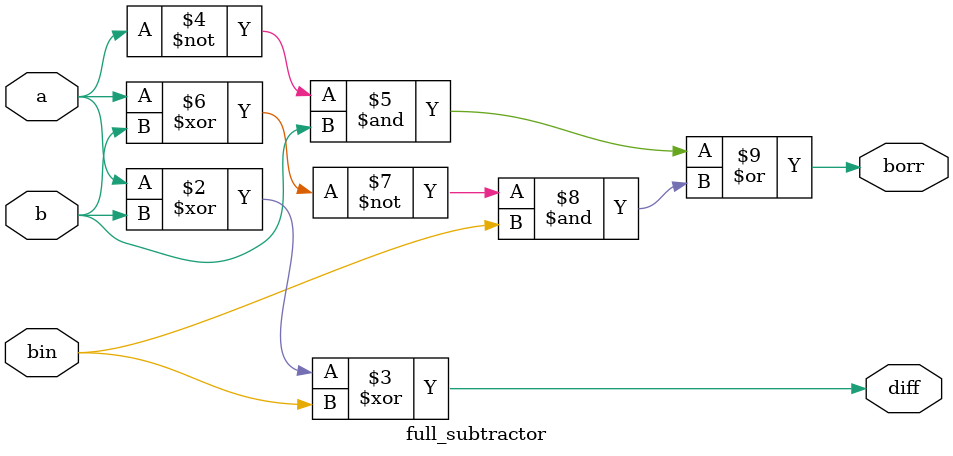
<source format=v>
module full_subtractor(a,b,bin,diff,borr);
input a,b,bin;
output reg diff,borr;

always @(a,b,bin) begin 
	diff <= a ^ b ^ bin;
	borr <= (~a & b) | (~(a ^ b) & bin);
end 

endmodule 
</source>
